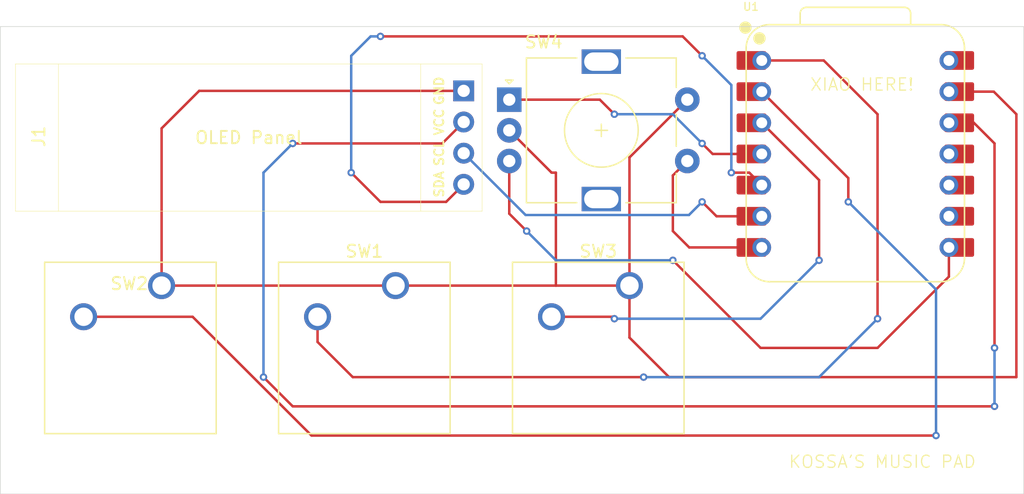
<source format=kicad_pcb>
(kicad_pcb (version 20241229) (generator "pcbnew") (generator_version "9.0")
  (layers (0 "F.Cu" signal) (2 "B.Cu" signal) (13 "F.Paste" user) (15 "B.Paste" user) (5 "F.SilkS" user "F.Silkscreen") (7 "B.SilkS" user "B.Silkscreen") (1 "F.Mask" user) (3 "B.Mask" user) (25 "Edge.Cuts" user))
  (net 0 "")
  (net 1 "+5V")
  (net 2 "GND")
  (net 3 "Net-(U1-GPIO1{slash}RX)")
  (net 4 "Net-(J1-Pin_2)")
  (net 5 "Net-(J1-Pin_4)")
  (net 6 "Net-(J1-Pin_3)")
  (net 7 "Net-(U1-GPIO26{slash}ADC0{slash}A0)")
  (net 8 "Net-(U1-GPIO27{slash}ADC1{slash}A1)")
  (net 9 "Net-(U1-GPIO28{slash}ADC2{slash}A2)")
  (net 10 "Net-(U1-GPIO0{slash}TX)")
  (net 11 "Net-(U1-GPIO29{slash}ADC3{slash}A3)")
  (footprint "Button_Switch_Keyboard:SW_Cherry_MX_1.00u_PCB" (layer "F.Cu") (at 139.34125 142.5575)
    (property "Reference" "SW3" (at -2.54 -2.794 0) (layer "F.SilkS"))
    (property "Value" "SW_Push")
    (fp_line (start -9.525 -1.905) (end 4.445 -1.905) (stroke (width 0.12)) (layer "F.SilkS"))
    (fp_line (start -9.525 12.065) (end -9.525 -1.905) (stroke (width 0.12)) (layer "F.SilkS"))
    (fp_line (start 4.445 -1.905) (end 4.445 12.065) (stroke (width 0.12)) (layer "F.SilkS"))
    (fp_line (start 4.445 12.065) (end -9.525 12.065) (stroke (width 0.12)) (layer "F.SilkS"))
    (pad "" np_thru_hole circle (at -7.62 5.08) (size 1.7 1.7) (drill 1.7) (layers "*.Cu" "*.Mask"))
    (pad "" np_thru_hole circle (at -2.54 5.08) (size 4 4) (drill 4) (layers "*.Cu" "*.Mask"))
    (pad "" np_thru_hole circle (at 2.54 5.08) (size 1.7 1.7) (drill 1.7) (layers "*.Cu" "*.Mask"))
    (pad "1" thru_hole circle (at 0 0) (size 2.2 2.2) (drill 1.5) (layers "*.Cu" "*.Mask") (net 2 "GND"))
    (pad "2" thru_hole circle (at -6.35 2.54) (size 2.2 2.2) (drill 1.5) (layers "*.Cu" "*.Mask") (net 9 "Net-(U1-GPIO28{slash}ADC2{slash}A2)"))
  )
  (footprint "0.91 OLED:SSD1306-0.91-OLED-4pin-128x32" (layer "F.Cu") (at 89.34125 124.4925)
    (property "Reference" "J1" (at 1.9 5.91 90) (layer "F.SilkS"))
    (property "Value" "Conn_01x04_Pin")
    (fp_line (start 0 0) (end 0 12) (stroke (width 0.04)) (layer "F.SilkS"))
    (fp_line (start 0 12) (end 38 12) (stroke (width 0.04)) (layer "F.SilkS"))
    (fp_line (start 3.5 0) (end 3.5 12) (stroke (width 0.04)) (layer "F.SilkS"))
    (fp_line (start 33 0) (end 33 12) (stroke (width 0.04)) (layer "F.SilkS"))
    (fp_line (start 38 0) (end 0 0) (stroke (width 0.04)) (layer "F.SilkS"))
    (fp_line (start 38 12) (end 38 0) (stroke (width 0.04)) (layer "F.SilkS"))
    (fp_text user "GND" (at 34.5 2.19 270) (layer "F.SilkS") (effects (font (size 0.75 0.75))))
    (fp_text user "OLED Panel" (at 19 6 0) (layer "F.SilkS"))
    (fp_text user "VCC" (at 34.5 4.73 270) (layer "F.SilkS") (effects (font (size 0.75 0.75))))
    (fp_text user "SDA" (at 34.5 9.81 270) (layer "F.SilkS") (effects (font (size 0.75 0.75))))
    (fp_text user "SCL" (at 34.5 7.27 270) (layer "F.SilkS") (effects (font (size 0.75 0.75))))
    (pad "1" thru_hole rect (at 36.5 2.19) (size 1.7 1.7) (drill 1) (layers "*.Cu" "*.Mask") (net 2 "GND"))
    (pad "2" thru_hole oval (at 36.5 4.73) (size 1.7 1.7) (drill 1) (layers "*.Cu" "*.Mask") (net 4 "Net-(J1-Pin_2)"))
    (pad "3" thru_hole oval (at 36.5 7.27) (size 1.7 1.7) (drill 1) (layers "*.Cu" "*.Mask") (net 6 "Net-(J1-Pin_3)"))
    (pad "4" thru_hole oval (at 36.5 9.81) (size 1.7 1.7) (drill 1) (layers "*.Cu" "*.Mask") (net 5 "Net-(J1-Pin_4)"))
  )
  (footprint "OPL Lib:XIAO-RP2040-DIP" (layer "F.Cu") (at 157.734 131.826)
    (property "Reference" "U1" (at -8.5 -12 0) (layer "F.SilkS") (effects (font (size 0.635 0.635) (thickness 0.1016))))
    (property "Value" "XIAO-RP2040-DIP")
    (fp_line (start -8.89 8.509) (end -8.89 -8.636) (stroke (width 0.127)) (layer "F.SilkS"))
    (fp_line (start -6.985 10.414) (end 6.985 10.414) (stroke (width 0.127)) (layer "F.SilkS"))
    (fp_line (start -4.495 -10.541) (end -4.491272 -11.451272) (stroke (width 0.127)) (layer "F.SilkS"))
    (fp_line (start -3.991272 -11.951) (end 4.004 -11.951) (stroke (width 0.127)) (layer "F.SilkS"))
    (fp_line (start 4.504 -11.451) (end 4.504 -10.541) (stroke (width 0.127)) (layer "F.SilkS"))
    (fp_line (start 6.985 -10.541) (end -6.985 -10.541) (stroke (width 0.1)) (layer "F.SilkS"))
    (fp_line (start 6.985 -10.541) (end -6.985 -10.541) (stroke (width 0.127)) (layer "F.SilkS"))
    (fp_line (start 8.89 8.509) (end 8.89 -8.636) (stroke (width 0.127)) (layer "F.SilkS"))
    (fp_arc (start -8.89 -8.636) (mid -8.332038 -9.983038) (end -6.985 -10.541) (stroke (width 0.127)) (layer "F.SilkS"))
    (fp_arc (start -6.985 10.414) (mid -8.332038 9.856038) (end -8.89 8.509) (stroke (width 0.127)) (layer "F.SilkS"))
    (fp_arc (start -4.491272 -11.451272) (mid -4.344728 -11.80464) (end -3.991272 -11.951) (stroke (width 0.127)) (layer "F.SilkS"))
    (fp_arc (start 4.004 -11.951) (mid 4.357553 -11.804553) (end 4.504 -11.451) (stroke (width 0.127)) (layer "F.SilkS"))
    (fp_arc (start 6.985 -10.541) (mid 8.332038 -9.983038) (end 8.89 -8.636) (stroke (width 0.127)) (layer "F.SilkS"))
    (fp_arc (start 8.89 8.509) (mid 8.332038 9.856038) (end 6.985 10.414) (stroke (width 0.127)) (layer "F.SilkS"))
    (fp_circle (center -8.95 -10.3) (end -8.95 -10.554) (stroke (width 0.5)) (fill yes) (layer "F.SilkS"))
    (fp_circle (center -7.807 -9.42) (end -7.807 -9.674) (stroke (width 0.5)) (fill yes) (layer "F.SilkS"))
    (pad "1" smd roundrect (at -8.455 -7.62 180) (size 2.432 1.524) (layers "F.Cu" "F.Mask") (roundrect_rratio 0.1) (net 7 "Net-(U1-GPIO26{slash}ADC0{slash}A0)"))
    (pad "1" thru_hole circle (at -7.62 -7.62 180) (size 1.524 1.524) (drill 0.889) (layers "*.Cu" "*.Mask") (net 7 "Net-(U1-GPIO26{slash}ADC0{slash}A0)"))
    (pad "2" smd roundrect (at -8.455 -5.08 180) (size 2.432 1.524) (layers "F.Cu" "F.Mask") (roundrect_rratio 0.1) (net 8 "Net-(U1-GPIO27{slash}ADC1{slash}A1)"))
    (pad "2" thru_hole circle (at -7.62 -5.08 180) (size 1.524 1.524) (drill 0.889) (layers "*.Cu" "*.Mask") (net 8 "Net-(U1-GPIO27{slash}ADC1{slash}A1)"))
    (pad "3" smd roundrect (at -8.455 -2.54 180) (size 2.432 1.524) (layers "F.Cu" "F.Mask") (roundrect_rratio 0.1) (net 9 "Net-(U1-GPIO28{slash}ADC2{slash}A2)"))
    (pad "3" thru_hole circle (at -7.62 -2.54 180) (size 1.524 1.524) (drill 0.889) (layers "*.Cu" "*.Mask") (net 9 "Net-(U1-GPIO28{slash}ADC2{slash}A2)"))
    (pad "4" smd roundrect (at -8.455 0 180) (size 2.432 1.524) (layers "F.Cu" "F.Mask") (roundrect_rratio 0.1) (net 11 "Net-(U1-GPIO29{slash}ADC3{slash}A3)"))
    (pad "4" thru_hole circle (at -7.62 0 180) (size 1.524 1.524) (drill 0.889) (layers "*.Cu" "*.Mask") (net 11 "Net-(U1-GPIO29{slash}ADC3{slash}A3)"))
    (pad "5" smd roundrect (at -8.455 2.54 180) (size 2.432 1.524) (layers "F.Cu" "F.Mask") (roundrect_rratio 0.1) (net 5 "Net-(J1-Pin_4)"))
    (pad "5" thru_hole circle (at -7.62 2.54 180) (size 1.524 1.524) (drill 0.889) (layers "*.Cu" "*.Mask") (net 5 "Net-(J1-Pin_4)"))
    (pad "6" smd roundrect (at -8.455 5.08 180) (size 2.432 1.524) (layers "F.Cu" "F.Mask") (roundrect_rratio 0.1) (net 6 "Net-(J1-Pin_3)"))
    (pad "6" thru_hole circle (at -7.62 5.08 180) (size 1.524 1.524) (drill 0.889) (layers "*.Cu" "*.Mask") (net 6 "Net-(J1-Pin_3)"))
    (pad "7" smd roundrect (at -8.455 7.62 180) (size 2.432 1.524) (layers "F.Cu" "F.Mask") (roundrect_rratio 0.1) (net 10 "Net-(U1-GPIO0{slash}TX)"))
    (pad "7" thru_hole circle (at -7.62 7.62 180) (size 1.524 1.524) (drill 0.889) (layers "*.Cu" "*.Mask") (net 10 "Net-(U1-GPIO0{slash}TX)"))
    (pad "8" thru_hole circle (at 7.62 7.62) (size 1.524 1.524) (drill 0.889) (layers "*.Cu" "*.Mask") (net 3 "Net-(U1-GPIO1{slash}RX)"))
    (pad "8" smd roundrect (at 8.455 7.62) (size 2.432 1.524) (layers "F.Cu" "F.Mask") (roundrect_rratio 0.1) (net 3 "Net-(U1-GPIO1{slash}RX)"))
    (pad "9" thru_hole circle (at 7.62 5.08) (size 1.524 1.524) (drill 0.889) (layers "*.Cu" "*.Mask"))
    (pad "9" smd roundrect (at 8.455 5.08) (size 2.432 1.524) (layers "F.Cu" "F.Mask") (roundrect_rratio 0.1))
    (pad "10" thru_hole circle (at 7.62 2.54) (size 1.524 1.524) (drill 0.889) (layers "*.Cu" "*.Mask"))
    (pad "10" smd roundrect (at 8.455 2.54) (size 2.432 1.524) (layers "F.Cu" "F.Mask") (roundrect_rratio 0.1))
    (pad "11" thru_hole circle (at 7.62 0) (size 1.524 1.524) (drill 0.889) (layers "*.Cu" "*.Mask"))
    (pad "11" smd roundrect (at 8.455 0) (size 2.432 1.524) (layers "F.Cu" "F.Mask") (roundrect_rratio 0.1))
    (pad "12" thru_hole circle (at 7.62 -2.54) (size 1.524 1.524) (drill 0.889) (layers "*.Cu" "*.Mask") (net 4 "Net-(J1-Pin_2)"))
    (pad "12" smd roundrect (at 8.455 -2.54) (size 2.432 1.524) (layers "F.Cu" "F.Mask") (roundrect_rratio 0.1) (net 4 "Net-(J1-Pin_2)"))
    (pad "13" thru_hole circle (at 7.62 -5.08) (size 1.524 1.524) (drill 0.889) (layers "*.Cu" "*.Mask") (net 2 "GND"))
    (pad "13" smd roundrect (at 8.455 -5.08) (size 2.432 1.524) (layers "F.Cu" "F.Mask") (roundrect_rratio 0.1) (net 2 "GND"))
    (pad "14" thru_hole circle (at 7.62 -7.62) (size 1.524 1.524) (drill 0.889) (layers "*.Cu" "*.Mask") (net 1 "+5V"))
    (pad "14" smd roundrect (at 8.455 -7.62) (size 2.432 1.524) (layers "F.Cu" "F.Mask") (roundrect_rratio 0.1) (net 1 "+5V"))
  )
  (footprint "Button_Switch_Keyboard:SW_Cherry_MX_1.00u_PCB" (layer "F.Cu") (at 120.29125 142.5575)
    (property "Reference" "SW1" (at -2.54 -2.794 0) (layer "F.SilkS"))
    (property "Value" "SW_Push")
    (fp_line (start -9.525 -1.905) (end 4.445 -1.905) (stroke (width 0.12)) (layer "F.SilkS"))
    (fp_line (start -9.525 12.065) (end -9.525 -1.905) (stroke (width 0.12)) (layer "F.SilkS"))
    (fp_line (start 4.445 -1.905) (end 4.445 12.065) (stroke (width 0.12)) (layer "F.SilkS"))
    (fp_line (start 4.445 12.065) (end -9.525 12.065) (stroke (width 0.12)) (layer "F.SilkS"))
    (pad "" np_thru_hole circle (at -7.62 5.08) (size 1.7 1.7) (drill 1.7) (layers "*.Cu" "*.Mask"))
    (pad "" np_thru_hole circle (at -2.54 5.08) (size 4 4) (drill 4) (layers "*.Cu" "*.Mask"))
    (pad "" np_thru_hole circle (at 2.54 5.08) (size 1.7 1.7) (drill 1.7) (layers "*.Cu" "*.Mask"))
    (pad "1" thru_hole circle (at 0 0) (size 2.2 2.2) (drill 1.5) (layers "*.Cu" "*.Mask") (net 2 "GND"))
    (pad "2" thru_hole circle (at -6.35 2.54) (size 2.2 2.2) (drill 1.5) (layers "*.Cu" "*.Mask") (net 7 "Net-(U1-GPIO26{slash}ADC0{slash}A0)"))
  )
  (footprint "Rotary Encoder EC11:RotaryEncoder_Alps_EC11E-Switch_Vertical_H20mm" (layer "F.Cu") (at 129.55125 127.40125)
    (property "Reference" "SW4" (at 2.8 -4.7 0) (layer "F.SilkS"))
    (property "Value" "RotaryEncoder_Switch")
    (fp_line (start -0.3 -1.6) (end 0.3 -1.6) (stroke (width 0.12)) (layer "F.SilkS"))
    (fp_line (start 0 -1.3) (end -0.3 -1.6) (stroke (width 0.12)) (layer "F.SilkS"))
    (fp_line (start 0.3 -1.6) (end 0 -1.3) (stroke (width 0.12)) (layer "F.SilkS"))
    (fp_line (start 1.4 -3.4) (end 1.4 8.4) (stroke (width 0.12)) (layer "F.SilkS"))
    (fp_line (start 5.5 -3.4) (end 1.4 -3.4) (stroke (width 0.12)) (layer "F.SilkS"))
    (fp_line (start 5.5 8.4) (end 1.4 8.4) (stroke (width 0.12)) (layer "F.SilkS"))
    (fp_line (start 7 2.5) (end 8 2.5) (stroke (width 0.12)) (layer "F.SilkS"))
    (fp_line (start 7.5 2) (end 7.5 3) (stroke (width 0.12)) (layer "F.SilkS"))
    (fp_line (start 9.5 -3.4) (end 13.6 -3.4) (stroke (width 0.12)) (layer "F.SilkS"))
    (fp_line (start 13.6 -3.4) (end 13.6 -1) (stroke (width 0.12)) (layer "F.SilkS"))
    (fp_line (start 13.6 1.2) (end 13.6 3.8) (stroke (width 0.12)) (layer "F.SilkS"))
    (fp_line (start 13.6 6) (end 13.6 8.4) (stroke (width 0.12)) (layer "F.SilkS"))
    (fp_line (start 13.6 8.4) (end 9.5 8.4) (stroke (width 0.12)) (layer "F.SilkS"))
    (fp_circle (center 7.5 2.5) (end 10.5 2.5) (stroke (width 0.12)) (fill no) (layer "F.SilkS"))
    (pad "A" thru_hole rect (at 0 0) (size 2 2) (drill 1) (layers "*.Cu" "*.Mask") (net 11 "Net-(U1-GPIO29{slash}ADC3{slash}A3)"))
    (pad "B" thru_hole circle (at 0 5) (size 2 2) (drill 1) (layers "*.Cu" "*.Mask") (net 3 "Net-(U1-GPIO1{slash}RX)"))
    (pad "C" thru_hole circle (at 0 2.5) (size 2 2) (drill 1) (layers "*.Cu" "*.Mask") (net 2 "GND"))
    (pad "MP" thru_hole rect (at 7.5 -3.1) (size 3.2 2) (drill oval 2.8 1.5) (layers "*.Cu" "*.Mask"))
    (pad "MP" thru_hole rect (at 7.5 8.1) (size 3.2 2) (drill oval 2.8 1.5) (layers "*.Cu" "*.Mask"))
    (pad "S1" thru_hole circle (at 14.5 5) (size 2 2) (drill 1) (layers "*.Cu" "*.Mask") (net 10 "Net-(U1-GPIO0{slash}TX)"))
    (pad "S2" thru_hole circle (at 14.5 0) (size 2 2) (drill 1) (layers "*.Cu" "*.Mask") (net 2 "GND"))
  )
  (footprint "Button_Switch_Keyboard:SW_Cherry_MX_1.00u_PCB" (layer "F.Cu") (at 101.24125 142.5575)
    (property "Reference" "SW2" (at -2.63 -0.16 0) (layer "F.SilkS"))
    (property "Value" "SW_Push")
    (fp_line (start -9.525 -1.905) (end 4.445 -1.905) (stroke (width 0.12)) (layer "F.SilkS"))
    (fp_line (start -9.525 12.065) (end -9.525 -1.905) (stroke (width 0.12)) (layer "F.SilkS"))
    (fp_line (start 4.445 -1.905) (end 4.445 12.065) (stroke (width 0.12)) (layer "F.SilkS"))
    (fp_line (start 4.445 12.065) (end -9.525 12.065) (stroke (width 0.12)) (layer "F.SilkS"))
    (pad "" np_thru_hole circle (at -7.62 5.08) (size 1.7 1.7) (drill 1.7) (layers "*.Cu" "*.Mask"))
    (pad "" np_thru_hole circle (at -2.54 5.08) (size 4 4) (drill 4) (layers "*.Cu" "*.Mask"))
    (pad "" np_thru_hole circle (at 2.54 5.08) (size 1.7 1.7) (drill 1.7) (layers "*.Cu" "*.Mask"))
    (pad "1" thru_hole circle (at 0 0) (size 2.2 2.2) (drill 1.5) (layers "*.Cu" "*.Mask") (net 2 "GND"))
    (pad "2" thru_hole circle (at -6.35 2.54) (size 2.2 2.2) (drill 1.5) (layers "*.Cu" "*.Mask") (net 8 "Net-(U1-GPIO27{slash}ADC1{slash}A1)"))
  )
  (gr_rect (start 88.10625 121.44375) (end 171.45 159.54375) (stroke (width 0.05)) (fill no) (layer "Edge.Cuts"))
  (gr_text "XIAO HERE!" (at 154 126.75 0) (layer "F.SilkS") (effects (font (size 1 1) (thickness 0.1)) (justify left bottom)))
  (gr_text "KOSSA'S MUSIC PAD" (at 152.25 157.5 0) (layer "F.SilkS") (effects (font (size 1 1) (thickness 0.1)) (justify left bottom)))
  (segment (start 165.354 124.206) (end 166.189 124.206) (width 0.2) (layer "F.Cu") (net 1))
  (segment (start 144.05125 127.40125) (end 139.34125 132.11125) (width 0.2) (layer "F.Cu") (net 2))
  (segment (start 104.29875 126.6825) (end 101.24125 129.74) (width 0.2) (layer "F.Cu") (net 2))
  (segment (start 129.55125 129.90125) (end 133 133.35) (width 0.2) (layer "F.Cu") (net 2))
  (segment (start 101.24125 142.5575) (end 120.29125 142.5575) (width 0.2) (layer "F.Cu") (net 2))
  (segment (start 142.56403 150.01875) (end 139.34125 146.79597) (width 0.2) (layer "F.Cu") (net 2))
  (segment (start 165.354 126.746) (end 169.0075 126.746) (width 0.2) (layer "F.Cu") (net 2))
  (segment (start 170.849 150.01875) (end 142.56403 150.01875) (width 0.2) (layer "F.Cu") (net 2))
  (segment (start 125.84125 126.6825) (end 104.29875 126.6825) (width 0.2) (layer "F.Cu") (net 2))
  (segment (start 133.35 142.5575) (end 139.34125 142.5575) (width 0.2) (layer "F.Cu") (net 2))
  (segment (start 139.34125 146.79597) (end 139.34125 142.5575) (width 0.2) (layer "F.Cu") (net 2))
  (segment (start 101.24125 129.74) (end 101.24125 142.5575) (width 0.2) (layer "F.Cu") (net 2))
  (segment (start 133.35 133.35) (end 133.35 142.5575) (width 0.2) (layer "F.Cu") (net 2))
  (segment (start 139.34125 132.11125) (end 139.34125 142.5575) (width 0.2) (layer "F.Cu") (net 2))
  (segment (start 133 133.35) (end 133.35 133.35) (width 0.2) (layer "F.Cu") (net 2))
  (segment (start 120.29125 142.5575) (end 133.35 142.5575) (width 0.2) (layer "F.Cu") (net 2))
  (segment (start 169.0075 126.746) (end 170.849 128.5875) (width 0.2) (layer "F.Cu") (net 2))
  (segment (start 170.849 128.5875) (end 170.849 150.01875) (width 0.2) (layer "F.Cu") (net 2))
  (segment (start 130.96875 138.1125) (end 129.55125 136.695) (width 0.2) (layer "F.Cu") (net 3))
  (segment (start 129.55125 136.695) (end 129.55125 132.40125) (width 0.2) (layer "F.Cu") (net 3))
  (segment (start 165.354 139.446) (end 165.354 141.82725) (width 0.2) (layer "F.Cu") (net 3))
  (segment (start 159.54375 147.6375) (end 150.01875 147.6375) (width 0.2) (layer "F.Cu") (net 3))
  (segment (start 150.01875 147.6375) (end 142.875 140.49375) (width 0.2) (layer "F.Cu") (net 3))
  (segment (start 165.354 141.82725) (end 159.54375 147.6375) (width 0.2) (layer "F.Cu") (net 3))
  (via (at 130.96875 138.1125) (size 0.6) (drill 0.3) (layers "F.Cu" "B.Cu") (net 3))
  (via (at 142.875 140.49375) (size 0.6) (drill 0.3) (layers "F.Cu" "B.Cu") (net 3))
  (segment (start 142.875 140.49375) (end 133.35 140.49375) (width 0.2) (layer "B.Cu") (net 3))
  (segment (start 133.35 140.49375) (end 130.96875 138.1125) (width 0.2) (layer "B.Cu") (net 3))
  (segment (start 111.91875 130.96875) (end 124.095 130.96875) (width 0.2) (layer "F.Cu") (net 4))
  (segment (start 169.06875 152.4) (end 111.91875 152.4) (width 0.2) (layer "F.Cu") (net 4))
  (segment (start 167.386 129.286) (end 169.06875 130.96875) (width 0.2) (layer "F.Cu") (net 4))
  (segment (start 165.354 129.286) (end 167.386 129.286) (width 0.2) (layer "F.Cu") (net 4))
  (segment (start 111.91875 152.4) (end 109.5375 150.01875) (width 0.2) (layer "F.Cu") (net 4))
  (segment (start 169.06875 130.96875) (end 169.06875 147.6375) (width 0.2) (layer "F.Cu") (net 4))
  (segment (start 124.095 130.96875) (end 125.84125 129.2225) (width 0.2) (layer "F.Cu") (net 4))
  (via (at 169.06875 147.6375) (size 0.6) (drill 0.3) (layers "F.Cu" "B.Cu") (net 4))
  (via (at 169.06875 152.4) (size 0.6) (drill 0.3) (layers "F.Cu" "B.Cu") (net 4))
  (via (at 111.91875 130.96875) (size 0.6) (drill 0.3) (layers "F.Cu" "B.Cu") (net 4))
  (via (at 109.5375 150.01875) (size 0.6) (drill 0.3) (layers "F.Cu" "B.Cu") (net 4))
  (segment (start 169.06875 147.6375) (end 169.06875 152.4) (width 0.2) (layer "B.Cu") (net 4))
  (segment (start 109.5375 150.01875) (end 109.5375 133.35) (width 0.2) (layer "B.Cu") (net 4))
  (segment (start 109.5375 133.35) (end 111.91875 130.96875) (width 0.2) (layer "B.Cu") (net 4))
  (segment (start 124.4125 135.73125) (end 119.0625 135.73125) (width 0.2) (layer "F.Cu") (net 5))
  (segment (start 147.6375 133.35) (end 149.098 133.35) (width 0.2) (layer "F.Cu") (net 5))
  (segment (start 125.84125 134.3025) (end 124.4125 135.73125) (width 0.2) (layer "F.Cu") (net 5))
  (segment (start 119.0625 122.24375) (end 143.675 122.24375) (width 0.2) (layer "F.Cu") (net 5))
  (segment (start 149.098 133.35) (end 150.114 134.366) (width 0.2) (layer "F.Cu") (net 5))
  (segment (start 119.0625 135.73125) (end 116.68125 133.35) (width 0.2) (layer "F.Cu") (net 5))
  (segment (start 143.675 122.24375) (end 145.25625 123.825) (width 0.2) (layer "F.Cu") (net 5))
  (via (at 116.68125 133.35) (size 0.6) (drill 0.3) (layers "F.Cu" "B.Cu") (net 5))
  (via (at 147.6375 133.35) (size 0.6) (drill 0.3) (layers "F.Cu" "B.Cu") (net 5))
  (via (at 119.0625 122.24375) (size 0.6) (drill 0.3) (layers "F.Cu" "B.Cu") (net 5))
  (via (at 145.25625 123.825) (size 0.6) (drill 0.3) (layers "F.Cu" "B.Cu") (net 5))
  (segment (start 116.68125 133.35) (end 116.68125 123.825) (width 0.2) (layer "B.Cu") (net 5))
  (segment (start 118.2625 122.24375) (end 119.0625 122.24375) (width 0.2) (layer "B.Cu") (net 5))
  (segment (start 116.68125 123.825) (end 118.2625 122.24375) (width 0.2) (layer "B.Cu") (net 5))
  (segment (start 145.25625 123.825) (end 147.6375 126.20625) (width 0.2) (layer "B.Cu") (net 5))
  (segment (start 147.6375 126.20625) (end 147.6375 133.35) (width 0.2) (layer "B.Cu") (net 5))
  (segment (start 150.114 136.906) (end 146.431 136.906) (width 0.2) (layer "F.Cu") (net 6))
  (segment (start 146.431 136.906) (end 145.25625 135.73125) (width 0.2) (layer "F.Cu") (net 6))
  (via (at 145.25625 135.73125) (size 0.6) (drill 0.3) (layers "F.Cu" "B.Cu") (net 6))
  (segment (start 145.25625 135.73125) (end 144.18525 136.80225) (width 0.2) (layer "B.Cu") (net 6))
  (segment (start 130.881 136.80225) (end 125.84125 131.7625) (width 0.2) (layer "B.Cu") (net 6))
  (segment (start 144.18525 136.80225) (end 130.881 136.80225) (width 0.2) (layer "B.Cu") (net 6))
  (segment (start 116.807684 150.01875) (end 140.49375 150.01875) (width 0.2) (layer "F.Cu") (net 7))
  (segment (start 159.54375 145.25625) (end 159.54375 128.5875) (width 0.2) (layer "F.Cu") (net 7))
  (segment (start 155.16225 124.206) (end 149.279 124.206) (width 0.2) (layer "F.Cu") (net 7))
  (segment (start 113.94125 145.0975) (end 113.94125 147.152316) (width 0.2) (layer "F.Cu") (net 7))
  (segment (start 113.94125 147.152316) (end 116.807684 150.01875) (width 0.2) (layer "F.Cu") (net 7))
  (segment (start 159.54375 128.5875) (end 155.16225 124.206) (width 0.2) (layer "F.Cu") (net 7))
  (via (at 159.54375 145.25625) (size 0.6) (drill 0.3) (layers "F.Cu" "B.Cu") (net 7))
  (via (at 140.49375 150.01875) (size 0.6) (drill 0.3) (layers "F.Cu" "B.Cu") (net 7))
  (segment (start 140.49375 150.01875) (end 154.78125 150.01875) (width 0.2) (layer "B.Cu") (net 7))
  (segment (start 154.78125 150.01875) (end 159.54375 145.25625) (width 0.2) (layer "B.Cu") (net 7))
  (segment (start 103.766307 145.0975) (end 113.450057 154.78125) (width 0.2) (layer "F.Cu") (net 8))
  (segment (start 157.1625 135.73125) (end 157.1625 133.7945) (width 0.2) (layer "F.Cu") (net 8))
  (segment (start 113.450057 154.78125) (end 164.30625 154.78125) (width 0.2) (layer "F.Cu") (net 8))
  (segment (start 94.89125 145.0975) (end 103.766307 145.0975) (width 0.2) (layer "F.Cu") (net 8))
  (segment (start 157.1625 133.7945) (end 150.114 126.746) (width 0.2) (layer "F.Cu") (net 8))
  (via (at 164.30625 154.78125) (size 0.6) (drill 0.3) (layers "F.Cu" "B.Cu") (net 8))
  (via (at 157.1625 135.73125) (size 0.6) (drill 0.3) (layers "F.Cu" "B.Cu") (net 8))
  (segment (start 164.30625 154.78125) (end 164.30625 142.875) (width 0.2) (layer "B.Cu") (net 8))
  (segment (start 164.30625 142.875) (end 157.1625 135.73125) (width 0.2) (layer "B.Cu") (net 8))
  (segment (start 137.95375 145.0975) (end 138.1125 145.25625) (width 0.2) (layer "F.Cu") (net 9))
  (segment (start 154.78125 133.95325) (end 150.114 129.286) (width 0.2) (layer "F.Cu") (net 9))
  (segment (start 154.78125 140.49375) (end 154.78125 133.95325) (width 0.2) (layer "F.Cu") (net 9))
  (segment (start 132.99125 145.0975) (end 137.95375 145.0975) (width 0.2) (layer "F.Cu") (net 9))
  (via (at 154.78125 140.49375) (size 0.6) (drill 0.3) (layers "F.Cu" "B.Cu") (net 9))
  (via (at 138.1125 145.25625) (size 0.6) (drill 0.3) (layers "F.Cu" "B.Cu") (net 9))
  (segment (start 150.01875 145.25625) (end 154.78125 140.49375) (width 0.2) (layer "B.Cu") (net 9))
  (segment (start 138.1125 145.25625) (end 150.01875 145.25625) (width 0.2) (layer "B.Cu") (net 9))
  (segment (start 142.875 133.5775) (end 144.05125 132.40125) (width 0.2) (layer "F.Cu") (net 10))
  (segment (start 142.875 138.1125) (end 142.875 133.5775) (width 0.2) (layer "F.Cu") (net 10))
  (segment (start 150.114 139.446) (end 144.2085 139.446) (width 0.2) (layer "F.Cu") (net 10))
  (segment (start 144.2085 139.446) (end 142.875 138.1125) (width 0.2) (layer "F.Cu") (net 10))
  (segment (start 129.55125 127.40125) (end 136.92625 127.40125) (width 0.2) (layer "F.Cu") (net 11))
  (segment (start 136.92625 127.40125) (end 138.1125 128.5875) (width 0.2) (layer "F.Cu") (net 11))
  (segment (start 145.25625 130.96875) (end 146.1135 131.826) (width 0.2) (layer "F.Cu") (net 11))
  (segment (start 146.1135 131.826) (end 150.114 131.826) (width 0.2) (layer "F.Cu") (net 11))
  (via (at 138.1125 128.5875) (size 0.6) (drill 0.3) (layers "F.Cu" "B.Cu") (net 11))
  (via (at 145.25625 130.96875) (size 0.6) (drill 0.3) (layers "F.Cu" "B.Cu") (net 11))
  (segment (start 142.875 128.5875) (end 145.25625 130.96875) (width 0.2) (layer "B.Cu") (net 11))
  (segment (start 138.1125 128.5875) (end 142.875 128.5875) (width 0.2) (layer "B.Cu") (net 11))
)
</source>
